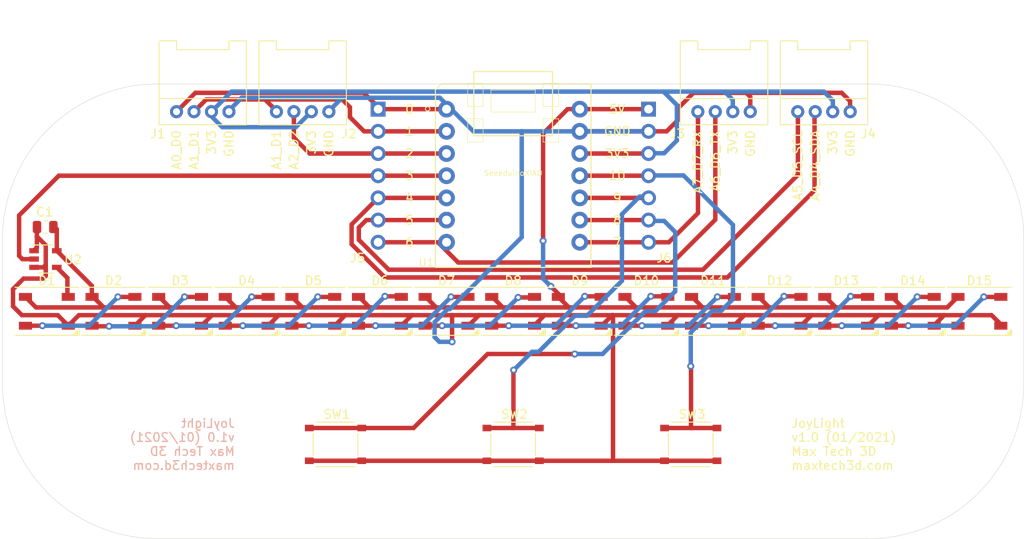
<source format=kicad_pcb>
(kicad_pcb (version 20171130) (host pcbnew "(5.1.6)-1")
  (layers (0 F.Cu signal) (31 B.Cu signal) (34 B.Paste user) (35 F.Paste user) (36 B.SilkS user) (37 F.SilkS user) (38 B.Mask user) (39 F.Mask user) (44 Edge.Cuts user))
  (net 0 "")
  (net 1 +5V)
  (net 2 "Net-(D1-Pad2)")
  (net 3 GND)
  (net 4 "Net-(D2-Pad2)")
  (net 5 "Net-(D3-Pad2)")
  (net 6 "Net-(D4-Pad2)")
  (net 7 "Net-(D5-Pad2)")
  (net 8 "Net-(D6-Pad2)")
  (net 9 "Net-(D7-Pad2)")
  (net 10 "Net-(D8-Pad2)")
  (net 11 "Net-(D10-Pad4)")
  (net 12 "Net-(D10-Pad2)")
  (net 13 "Net-(D11-Pad2)")
  (net 14 "Net-(D12-Pad2)")
  (net 15 "Net-(D13-Pad2)")
  (net 16 "Net-(D14-Pad2)")
  (net 17 /BTN1_A8_D8)
  (net 18 /BTN2_A9_D9)
  (net 19 /BTN3_A10_D10)
  (net 20 /A0_D0)
  (net 21 /A1_D1)
  (net 22 /A2_D2)
  (net 23 /LED_DIN_A3_D3)
  (net 24 /A4_D4_SDA)
  (net 25 /A5_D5_SCL)
  (net 26 /A6_D6_TX)
  (net 27 /A7_D7_RX)
  (net 28 +3V3)
  (net 29 "Net-(D1-Pad4)")
  (module JoyLight:Seeeduino_XIAO (layer F.Cu) (at 140.97 116.8908)
    (fp_text reference U1 (at -1.0414 -0.5334) (layer F.SilkS) (effects (font (size 0.889 0.889) (thickness 0.1016))))
    (fp_text value SeeeduinoXIAO (at 8.89 -10.795) (layer F.SilkS) (effects (font (size 0.6096 0.6096) (thickness 0.0762))))
    (pad 14 thru_hole circle (at 16.51 -18.11782) (size 1.905 1.905) (drill 1.016) (layers *.Cu *.Mask) (net 1 +5V))
    (pad 13 thru_hole circle (at 16.51 -15.57782) (size 1.905 1.905) (drill 1.016) (layers *.Cu *.Mask) (net 3 GND))
    (pad 12 thru_hole circle (at 16.51 -13.03782) (size 1.905 1.905) (drill 1.016) (layers *.Cu *.Mask) (net 28 +3V3))
    (pad 11 thru_hole circle (at 16.51 -10.49782) (size 1.905 1.905) (drill 1.016) (layers *.Cu *.Mask) (net 19 /BTN3_A10_D10))
    (pad 10 thru_hole circle (at 16.51 -7.95782) (size 1.905 1.905) (drill 1.016) (layers *.Cu *.Mask) (net 18 /BTN2_A9_D9))
    (pad 9 thru_hole circle (at 16.51 -5.41782) (size 1.905 1.905) (drill 1.016) (layers *.Cu *.Mask) (net 17 /BTN1_A8_D8))
    (pad 8 thru_hole circle (at 16.51 -2.87782) (size 1.905 1.905) (drill 1.016) (layers *.Cu *.Mask) (net 27 /A7_D7_RX))
    (pad 7 thru_hole circle (at 1.27 -2.87782) (size 1.905 1.905) (drill 1.016) (layers *.Cu *.Mask) (net 26 /A6_D6_TX))
    (pad 6 thru_hole circle (at 1.27 -5.41782) (size 1.905 1.905) (drill 1.016) (layers *.Cu *.Mask) (net 25 /A5_D5_SCL))
    (pad 5 thru_hole circle (at 1.27 -7.95782) (size 1.905 1.905) (drill 1.016) (layers *.Cu *.Mask) (net 24 /A4_D4_SDA))
    (pad 4 thru_hole circle (at 1.27 -10.49782) (size 1.905 1.905) (drill 1.016) (layers *.Cu *.Mask) (net 23 /LED_DIN_A3_D3))
    (pad 3 thru_hole circle (at 1.27 -13.03782) (size 1.905 1.905) (drill 1.016) (layers *.Cu *.Mask) (net 22 /A2_D2))
    (pad 2 thru_hole circle (at 1.27 -15.57782) (size 1.905 1.905) (drill 1.016) (layers *.Cu *.Mask) (net 21 /A1_D1))
    (pad 1 thru_hole circle (at 1.27 -18.11782) (size 1.905 1.905) (drill 1.016) (layers *.Cu *.Mask) (net 20 /A0_D0))
  )
  (module JoyLight:SOT-23-5 (layer F.Cu) (at 96.354501 115.934501)
    (fp_text reference U2 (at 3.149999 0.079999) (layer F.SilkS))
    (fp_text value SN74LV1T125)
    (pad 1 smd rect (at -1.3 -0.95) (size 1.1 0.6) (layers F.Cu F.Paste F.Mask) (net 3 GND))
    (pad 2 smd rect (at -1.3 0) (size 1.1 0.6) (layers F.Cu F.Paste F.Mask) (net 23 /LED_DIN_A3_D3))
    (pad 3 smd rect (at -1.3 0.95) (size 1.1 0.6) (layers F.Cu F.Paste F.Mask) (net 3 GND))
    (pad 4 smd rect (at 1.3 0.95) (size 1.1 0.6) (layers F.Cu F.Paste F.Mask) (net 29 "Net-(D1-Pad4)"))
    (pad 5 smd rect (at 1.3 -0.95) (size 1.1 0.6) (layers F.Cu F.Paste F.Mask) (net 1 +5V))
  )
  (module Capacitor_SMD:C_0805_2012Metric (layer F.Cu) (at 96.3295 112.268 180)
    (fp_text reference C1 (at 0.0635 1.7145) (layer F.SilkS))
    (fp_text value 100nF)
    (pad 2 smd roundrect (at 0.9375 0 180) (size 0.975 1.4) (layers F.Cu F.Paste F.Mask) (net 3 GND))
    (pad 1 smd roundrect (at -0.9375 0 180) (size 0.975 1.4) (layers F.Cu F.Paste F.Mask) (net 1 +5V))
  )
  (module JoyLight:Grove_110990037 (layer F.Cu) (at 185.42 99.06)
    (fp_text reference J4 (at 5.08 2.54) (layer F.SilkS))
    (fp_text value 110990037)
    (pad 4 thru_hole circle (at 3 0) (size 1.5 1.5) (drill 0.8) (layers *.Cu *.Mask) (net 3 GND))
    (pad 1 thru_hole circle (at -3 0) (size 1.5 1.5) (drill 0.8) (layers *.Cu *.Mask) (net 25 /A5_D5_SCL))
    (pad 3 thru_hole circle (at 1 0) (size 1.5 1.5) (drill 0.8) (layers *.Cu *.Mask) (net 28 +3V3))
    (pad 2 thru_hole circle (at -1 0) (size 1.5 1.5) (drill 0.8) (layers *.Cu *.Mask) (net 24 /A4_D4_SDA))
  )
  (module JoyLight:Grove_110990037 (layer F.Cu) (at 173.99 99.06)
    (fp_text reference J3 (at -5.334 2.54) (layer F.SilkS))
    (fp_text value 110990037)
    (pad 4 thru_hole circle (at 3 0) (size 1.5 1.5) (drill 0.8) (layers *.Cu *.Mask) (net 3 GND))
    (pad 1 thru_hole circle (at -3 0) (size 1.5 1.5) (drill 0.8) (layers *.Cu *.Mask) (net 27 /A7_D7_RX))
    (pad 3 thru_hole circle (at 1 0) (size 1.5 1.5) (drill 0.8) (layers *.Cu *.Mask) (net 28 +3V3))
    (pad 2 thru_hole circle (at -1 0) (size 1.5 1.5) (drill 0.8) (layers *.Cu *.Mask) (net 26 /A6_D6_TX))
  )
  (module JoyLight:Grove_110990037 (layer F.Cu) (at 125.7808 99.06)
    (fp_text reference J2 (at 5.2832 2.54) (layer F.SilkS))
    (fp_text value 110990037)
    (pad 4 thru_hole circle (at 3 0) (size 1.5 1.5) (drill 0.8) (layers *.Cu *.Mask) (net 3 GND))
    (pad 1 thru_hole circle (at -3 0) (size 1.5 1.5) (drill 0.8) (layers *.Cu *.Mask) (net 21 /A1_D1))
    (pad 3 thru_hole circle (at 1 0) (size 1.5 1.5) (drill 0.8) (layers *.Cu *.Mask) (net 28 +3V3))
    (pad 2 thru_hole circle (at -1 0) (size 1.5 1.5) (drill 0.8) (layers *.Cu *.Mask) (net 22 /A2_D2))
  )
  (module JoyLight:Grove_110990037 (layer F.Cu) (at 114.3508 99.06)
    (fp_text reference J1 (at -5.1308 2.54) (layer F.SilkS))
    (fp_text value 110990037)
    (pad 4 thru_hole circle (at 3 0) (size 1.5 1.5) (drill 0.8) (layers *.Cu *.Mask) (net 3 GND))
    (pad 1 thru_hole circle (at -3 0) (size 1.5 1.5) (drill 0.8) (layers *.Cu *.Mask) (net 20 /A0_D0))
    (pad 3 thru_hole circle (at 1 0) (size 1.5 1.5) (drill 0.8) (layers *.Cu *.Mask) (net 28 +3V3))
    (pad 2 thru_hole circle (at -1 0) (size 1.5 1.5) (drill 0.8) (layers *.Cu *.Mask) (net 21 /A1_D1))
  )
  (module JoyLight:PinHeader_1x07_P2.54mm_Vertical (layer F.Cu) (at 165.354 98.77298)
    (fp_text reference J6 (at 1.778 17.05102) (layer F.SilkS))
    (fp_text value Conn_01x07_Male)
    (pad 7 thru_hole oval (at 0 15.24) (size 1.7 1.7) (drill 1) (layers *.Cu *.Mask) (net 27 /A7_D7_RX))
    (pad 6 thru_hole oval (at 0 12.7) (size 1.7 1.7) (drill 1) (layers *.Cu *.Mask) (net 17 /BTN1_A8_D8))
    (pad 5 thru_hole oval (at 0 10.16) (size 1.7 1.7) (drill 1) (layers *.Cu *.Mask) (net 18 /BTN2_A9_D9))
    (pad 4 thru_hole oval (at 0 7.62) (size 1.7 1.7) (drill 1) (layers *.Cu *.Mask) (net 19 /BTN3_A10_D10))
    (pad 3 thru_hole oval (at 0 5.08) (size 1.7 1.7) (drill 1) (layers *.Cu *.Mask) (net 28 +3V3))
    (pad 2 thru_hole oval (at 0 2.54) (size 1.7 1.7) (drill 1) (layers *.Cu *.Mask) (net 3 GND))
    (pad 1 thru_hole rect (at 0 0) (size 1.7 1.7) (drill 1) (layers *.Cu *.Mask) (net 1 +5V))
  )
  (module JoyLight:PinHeader_1x07_P2.54mm_Vertical (layer F.Cu) (at 134.4168 98.77298)
    (fp_text reference J5 (at -2.3368 17.05102) (layer F.SilkS))
    (fp_text value Conn_01x07_Male)
    (pad 7 thru_hole oval (at 0 15.24) (size 1.7 1.7) (drill 1) (layers *.Cu *.Mask) (net 26 /A6_D6_TX))
    (pad 6 thru_hole oval (at 0 12.7) (size 1.7 1.7) (drill 1) (layers *.Cu *.Mask) (net 25 /A5_D5_SCL))
    (pad 5 thru_hole oval (at 0 10.16) (size 1.7 1.7) (drill 1) (layers *.Cu *.Mask) (net 24 /A4_D4_SDA))
    (pad 4 thru_hole oval (at 0 7.62) (size 1.7 1.7) (drill 1) (layers *.Cu *.Mask) (net 23 /LED_DIN_A3_D3))
    (pad 3 thru_hole oval (at 0 5.08) (size 1.7 1.7) (drill 1) (layers *.Cu *.Mask) (net 22 /A2_D2))
    (pad 2 thru_hole oval (at 0 2.54) (size 1.7 1.7) (drill 1) (layers *.Cu *.Mask) (net 21 /A1_D1))
    (pad 1 thru_hole rect (at 0 0) (size 1.7 1.7) (drill 1) (layers *.Cu *.Mask) (net 20 /A0_D0))
  )
  (module JoyLight:Tactile_Switch_TS-1187A-C-G-B (layer F.Cu) (at 170.18 137.16)
    (fp_text reference SW3 (at 0.15 -3.45) (layer F.SilkS))
    (fp_text value SW_SPST)
    (pad 1 smd rect (at -3 -1.875) (size 1 0.75) (layers F.Cu F.Paste F.Mask) (net 19 /BTN3_A10_D10))
    (pad 1 smd rect (at 3 -1.875) (size 1 0.75) (layers F.Cu F.Paste F.Mask) (net 19 /BTN3_A10_D10))
    (pad 2 smd rect (at -3 1.875) (size 1 0.75) (layers F.Cu F.Paste F.Mask) (net 3 GND))
    (pad 2 smd rect (at 3 1.875) (size 1 0.75) (layers F.Cu F.Paste F.Mask) (net 3 GND))
  )
  (module JoyLight:Tactile_Switch_TS-1187A-C-G-B (layer F.Cu) (at 149.86 137.16)
    (fp_text reference SW2 (at 0.15 -3.45) (layer F.SilkS))
    (fp_text value SW_SPST)
    (pad 1 smd rect (at -3 -1.875) (size 1 0.75) (layers F.Cu F.Paste F.Mask) (net 18 /BTN2_A9_D9))
    (pad 1 smd rect (at 3 -1.875) (size 1 0.75) (layers F.Cu F.Paste F.Mask) (net 18 /BTN2_A9_D9))
    (pad 2 smd rect (at -3 1.875) (size 1 0.75) (layers F.Cu F.Paste F.Mask) (net 3 GND))
    (pad 2 smd rect (at 3 1.875) (size 1 0.75) (layers F.Cu F.Paste F.Mask) (net 3 GND))
  )
  (module JoyLight:Tactile_Switch_TS-1187A-C-G-B (layer F.Cu) (at 129.54 137.16)
    (fp_text reference SW1 (at 0.15 -3.45) (layer F.SilkS))
    (fp_text value SW_SPST)
    (pad 1 smd rect (at -3 -1.875) (size 1 0.75) (layers F.Cu F.Paste F.Mask) (net 17 /BTN1_A8_D8))
    (pad 1 smd rect (at 3 -1.875) (size 1 0.75) (layers F.Cu F.Paste F.Mask) (net 17 /BTN1_A8_D8))
    (pad 2 smd rect (at -3 1.875) (size 1 0.75) (layers F.Cu F.Paste F.Mask) (net 3 GND))
    (pad 2 smd rect (at 3 1.875) (size 1 0.75) (layers F.Cu F.Paste F.Mask) (net 3 GND))
  )
  (module JoyLight:LED_WS2812B_PLCC4_5.0x5.0mm_P3.2mm (layer F.Cu) (at 203.2 121.92)
    (fp_text reference D15 (at 0 -3.5) (layer F.SilkS))
    (fp_text value WS2812B)
    (pad 1 smd rect (at -2.45 -1.65) (size 1.5 0.9) (layers F.Cu F.Paste F.Mask) (net 1 +5V))
    (pad 2 smd rect (at -2.45 1.65) (size 1.5 0.9) (layers F.Cu F.Paste F.Mask))
    (pad 4 smd rect (at 2.45 -1.65) (size 1.5 0.9) (layers F.Cu F.Paste F.Mask) (net 16 "Net-(D14-Pad2)"))
    (pad 3 smd rect (at 2.45 1.65) (size 1.5 0.9) (layers F.Cu F.Paste F.Mask) (net 3 GND))
  )
  (module JoyLight:LED_WS2812B_PLCC4_5.0x5.0mm_P3.2mm (layer F.Cu) (at 195.58 121.92)
    (fp_text reference D14 (at 0 -3.5) (layer F.SilkS))
    (fp_text value WS2812B)
    (pad 1 smd rect (at -2.45 -1.65) (size 1.5 0.9) (layers F.Cu F.Paste F.Mask) (net 1 +5V))
    (pad 2 smd rect (at -2.45 1.65) (size 1.5 0.9) (layers F.Cu F.Paste F.Mask) (net 16 "Net-(D14-Pad2)"))
    (pad 4 smd rect (at 2.45 -1.65) (size 1.5 0.9) (layers F.Cu F.Paste F.Mask) (net 15 "Net-(D13-Pad2)"))
    (pad 3 smd rect (at 2.45 1.65) (size 1.5 0.9) (layers F.Cu F.Paste F.Mask) (net 3 GND))
  )
  (module JoyLight:LED_WS2812B_PLCC4_5.0x5.0mm_P3.2mm (layer F.Cu) (at 187.96 121.92)
    (fp_text reference D13 (at 0 -3.5) (layer F.SilkS))
    (fp_text value WS2812B)
    (pad 1 smd rect (at -2.45 -1.65) (size 1.5 0.9) (layers F.Cu F.Paste F.Mask) (net 1 +5V))
    (pad 2 smd rect (at -2.45 1.65) (size 1.5 0.9) (layers F.Cu F.Paste F.Mask) (net 15 "Net-(D13-Pad2)"))
    (pad 4 smd rect (at 2.45 -1.65) (size 1.5 0.9) (layers F.Cu F.Paste F.Mask) (net 14 "Net-(D12-Pad2)"))
    (pad 3 smd rect (at 2.45 1.65) (size 1.5 0.9) (layers F.Cu F.Paste F.Mask) (net 3 GND))
  )
  (module JoyLight:LED_WS2812B_PLCC4_5.0x5.0mm_P3.2mm (layer F.Cu) (at 180.34 121.92)
    (fp_text reference D12 (at 0 -3.5) (layer F.SilkS))
    (fp_text value WS2812B)
    (pad 1 smd rect (at -2.45 -1.65) (size 1.5 0.9) (layers F.Cu F.Paste F.Mask) (net 1 +5V))
    (pad 2 smd rect (at -2.45 1.65) (size 1.5 0.9) (layers F.Cu F.Paste F.Mask) (net 14 "Net-(D12-Pad2)"))
    (pad 4 smd rect (at 2.45 -1.65) (size 1.5 0.9) (layers F.Cu F.Paste F.Mask) (net 13 "Net-(D11-Pad2)"))
    (pad 3 smd rect (at 2.45 1.65) (size 1.5 0.9) (layers F.Cu F.Paste F.Mask) (net 3 GND))
  )
  (module JoyLight:LED_WS2812B_PLCC4_5.0x5.0mm_P3.2mm (layer F.Cu) (at 172.72 121.92)
    (fp_text reference D11 (at 0 -3.5) (layer F.SilkS))
    (fp_text value WS2812B)
    (pad 1 smd rect (at -2.45 -1.65) (size 1.5 0.9) (layers F.Cu F.Paste F.Mask) (net 1 +5V))
    (pad 2 smd rect (at -2.45 1.65) (size 1.5 0.9) (layers F.Cu F.Paste F.Mask) (net 13 "Net-(D11-Pad2)"))
    (pad 4 smd rect (at 2.45 -1.65) (size 1.5 0.9) (layers F.Cu F.Paste F.Mask) (net 12 "Net-(D10-Pad2)"))
    (pad 3 smd rect (at 2.45 1.65) (size 1.5 0.9) (layers F.Cu F.Paste F.Mask) (net 3 GND))
  )
  (module JoyLight:LED_WS2812B_PLCC4_5.0x5.0mm_P3.2mm (layer F.Cu) (at 165.1 121.92)
    (fp_text reference D10 (at 0 -3.5) (layer F.SilkS))
    (fp_text value WS2812B)
    (pad 1 smd rect (at -2.45 -1.65) (size 1.5 0.9) (layers F.Cu F.Paste F.Mask) (net 1 +5V))
    (pad 2 smd rect (at -2.45 1.65) (size 1.5 0.9) (layers F.Cu F.Paste F.Mask) (net 12 "Net-(D10-Pad2)"))
    (pad 4 smd rect (at 2.45 -1.65) (size 1.5 0.9) (layers F.Cu F.Paste F.Mask) (net 11 "Net-(D10-Pad4)"))
    (pad 3 smd rect (at 2.45 1.65) (size 1.5 0.9) (layers F.Cu F.Paste F.Mask) (net 3 GND))
  )
  (module JoyLight:LED_WS2812B_PLCC4_5.0x5.0mm_P3.2mm (layer F.Cu) (at 157.48 121.92)
    (fp_text reference D9 (at 0 -3.5) (layer F.SilkS))
    (fp_text value WS2812B)
    (pad 1 smd rect (at -2.45 -1.65) (size 1.5 0.9) (layers F.Cu F.Paste F.Mask) (net 1 +5V))
    (pad 2 smd rect (at -2.45 1.65) (size 1.5 0.9) (layers F.Cu F.Paste F.Mask) (net 11 "Net-(D10-Pad4)"))
    (pad 4 smd rect (at 2.45 -1.65) (size 1.5 0.9) (layers F.Cu F.Paste F.Mask) (net 10 "Net-(D8-Pad2)"))
    (pad 3 smd rect (at 2.45 1.65) (size 1.5 0.9) (layers F.Cu F.Paste F.Mask) (net 3 GND))
  )
  (module JoyLight:LED_WS2812B_PLCC4_5.0x5.0mm_P3.2mm (layer F.Cu) (at 149.86 121.92)
    (fp_text reference D8 (at 0 -3.5) (layer F.SilkS))
    (fp_text value WS2812B)
    (pad 1 smd rect (at -2.45 -1.65) (size 1.5 0.9) (layers F.Cu F.Paste F.Mask) (net 1 +5V))
    (pad 2 smd rect (at -2.45 1.65) (size 1.5 0.9) (layers F.Cu F.Paste F.Mask) (net 10 "Net-(D8-Pad2)"))
    (pad 4 smd rect (at 2.45 -1.65) (size 1.5 0.9) (layers F.Cu F.Paste F.Mask) (net 9 "Net-(D7-Pad2)"))
    (pad 3 smd rect (at 2.45 1.65) (size 1.5 0.9) (layers F.Cu F.Paste F.Mask) (net 3 GND))
  )
  (module JoyLight:LED_WS2812B_PLCC4_5.0x5.0mm_P3.2mm (layer F.Cu) (at 142.24 121.92)
    (fp_text reference D7 (at 0 -3.5) (layer F.SilkS))
    (fp_text value WS2812B)
    (pad 1 smd rect (at -2.45 -1.65) (size 1.5 0.9) (layers F.Cu F.Paste F.Mask) (net 1 +5V))
    (pad 2 smd rect (at -2.45 1.65) (size 1.5 0.9) (layers F.Cu F.Paste F.Mask) (net 9 "Net-(D7-Pad2)"))
    (pad 4 smd rect (at 2.45 -1.65) (size 1.5 0.9) (layers F.Cu F.Paste F.Mask) (net 8 "Net-(D6-Pad2)"))
    (pad 3 smd rect (at 2.45 1.65) (size 1.5 0.9) (layers F.Cu F.Paste F.Mask) (net 3 GND))
  )
  (module JoyLight:LED_WS2812B_PLCC4_5.0x5.0mm_P3.2mm (layer F.Cu) (at 134.62 121.92)
    (fp_text reference D6 (at 0 -3.5) (layer F.SilkS))
    (fp_text value WS2812B)
    (pad 1 smd rect (at -2.45 -1.65) (size 1.5 0.9) (layers F.Cu F.Paste F.Mask) (net 1 +5V))
    (pad 2 smd rect (at -2.45 1.65) (size 1.5 0.9) (layers F.Cu F.Paste F.Mask) (net 8 "Net-(D6-Pad2)"))
    (pad 4 smd rect (at 2.45 -1.65) (size 1.5 0.9) (layers F.Cu F.Paste F.Mask) (net 7 "Net-(D5-Pad2)"))
    (pad 3 smd rect (at 2.45 1.65) (size 1.5 0.9) (layers F.Cu F.Paste F.Mask) (net 3 GND))
  )
  (module JoyLight:LED_WS2812B_PLCC4_5.0x5.0mm_P3.2mm (layer F.Cu) (at 127 121.92)
    (fp_text reference D5 (at 0 -3.5) (layer F.SilkS))
    (fp_text value WS2812B)
    (pad 1 smd rect (at -2.45 -1.65) (size 1.5 0.9) (layers F.Cu F.Paste F.Mask) (net 1 +5V))
    (pad 2 smd rect (at -2.45 1.65) (size 1.5 0.9) (layers F.Cu F.Paste F.Mask) (net 7 "Net-(D5-Pad2)"))
    (pad 4 smd rect (at 2.45 -1.65) (size 1.5 0.9) (layers F.Cu F.Paste F.Mask) (net 6 "Net-(D4-Pad2)"))
    (pad 3 smd rect (at 2.45 1.65) (size 1.5 0.9) (layers F.Cu F.Paste F.Mask) (net 3 GND))
  )
  (module JoyLight:LED_WS2812B_PLCC4_5.0x5.0mm_P3.2mm (layer F.Cu) (at 119.38 121.92)
    (fp_text reference D4 (at 0 -3.5) (layer F.SilkS))
    (fp_text value WS2812B)
    (pad 1 smd rect (at -2.45 -1.65) (size 1.5 0.9) (layers F.Cu F.Paste F.Mask) (net 1 +5V))
    (pad 2 smd rect (at -2.45 1.65) (size 1.5 0.9) (layers F.Cu F.Paste F.Mask) (net 6 "Net-(D4-Pad2)"))
    (pad 4 smd rect (at 2.45 -1.65) (size 1.5 0.9) (layers F.Cu F.Paste F.Mask) (net 5 "Net-(D3-Pad2)"))
    (pad 3 smd rect (at 2.45 1.65) (size 1.5 0.9) (layers F.Cu F.Paste F.Mask) (net 3 GND))
  )
  (module JoyLight:LED_WS2812B_PLCC4_5.0x5.0mm_P3.2mm (layer F.Cu) (at 111.76 121.92)
    (fp_text reference D3 (at 0 -3.5) (layer F.SilkS))
    (fp_text value WS2812B)
    (pad 1 smd rect (at -2.45 -1.65) (size 1.5 0.9) (layers F.Cu F.Paste F.Mask) (net 1 +5V))
    (pad 2 smd rect (at -2.45 1.65) (size 1.5 0.9) (layers F.Cu F.Paste F.Mask) (net 5 "Net-(D3-Pad2)"))
    (pad 4 smd rect (at 2.45 -1.65) (size 1.5 0.9) (layers F.Cu F.Paste F.Mask) (net 4 "Net-(D2-Pad2)"))
    (pad 3 smd rect (at 2.45 1.65) (size 1.5 0.9) (layers F.Cu F.Paste F.Mask) (net 3 GND))
  )
  (module JoyLight:LED_WS2812B_PLCC4_5.0x5.0mm_P3.2mm (layer F.Cu) (at 104.14 121.92)
    (fp_text reference D2 (at 0 -3.5) (layer F.SilkS))
    (fp_text value WS2812B)
    (pad 1 smd rect (at -2.45 -1.65) (size 1.5 0.9) (layers F.Cu F.Paste F.Mask) (net 1 +5V))
    (pad 2 smd rect (at -2.45 1.65) (size 1.5 0.9) (layers F.Cu F.Paste F.Mask) (net 4 "Net-(D2-Pad2)"))
    (pad 4 smd rect (at 2.45 -1.65) (size 1.5 0.9) (layers F.Cu F.Paste F.Mask) (net 2 "Net-(D1-Pad2)"))
    (pad 3 smd rect (at 2.45 1.65) (size 1.5 0.9) (layers F.Cu F.Paste F.Mask) (net 3 GND))
  )
  (module JoyLight:LED_WS2812B_PLCC4_5.0x5.0mm_P3.2mm (layer F.Cu) (at 96.52 121.92)
    (fp_text reference D1 (at 0 -3.5) (layer F.SilkS))
    (fp_text value WS2812B)
    (pad 1 smd rect (at -2.45 -1.65) (size 1.5 0.9) (layers F.Cu F.Paste F.Mask) (net 1 +5V))
    (pad 2 smd rect (at -2.45 1.65) (size 1.5 0.9) (layers F.Cu F.Paste F.Mask) (net 2 "Net-(D1-Pad2)"))
    (pad 4 smd rect (at 2.45 -1.65) (size 1.5 0.9) (layers F.Cu F.Paste F.Mask) (net 29 "Net-(D1-Pad4)"))
    (pad 3 smd rect (at 2.45 1.65) (size 1.5 0.9) (layers F.Cu F.Paste F.Mask) (net 3 GND))
  )
  (gr_text "JoyLight\nv1.0 (01/2021)\nMax Tech 3D\nmaxtech3d.com" (at 118.11 137.16) (layer B.SilkS) (effects (font (size 1 1)) (justify left mirror)))
  (gr_text "JoyLight\nv1.0 (01/2021)\nMax Tech 3D\nmaxtech3d.com" (at 181.61 137.16) (layer F.SilkS) (effects (font (size 1 1)) (justify left)))
  (gr_text GND (at 188.42 101.092 90) (layer F.SilkS) (effects (font (size 1 1)) (justify right)))
  (gr_text 3V3 (at 186.42 101.092 90) (layer F.SilkS) (effects (font (size 1 1)) (justify right)))
  (gr_text A5_D5_SCL (at 182.42 101.092 90) (layer F.SilkS) (effects (font (size 1 1)) (justify right)))
  (gr_text A4_D4_SDA (at 184.42 101.092 90) (layer F.SilkS) (effects (font (size 1 1)) (justify right)))
  (gr_text GND (at 176.99 101.092 90) (layer F.SilkS) (effects (font (size 1 1)) (justify right)))
  (gr_text 3V3 (at 174.99 101.092 90) (layer F.SilkS) (effects (font (size 1 1)) (justify right)))
  (gr_text A7_D7_RX (at 170.99 101.092 90) (layer F.SilkS) (effects (font (size 1 1)) (justify right)))
  (gr_text A6_D6_TX (at 172.99 101.092 90) (layer F.SilkS) (effects (font (size 1 1)) (justify right)))
  (gr_text GND (at 128.7808 101.092 90) (layer F.SilkS) (effects (font (size 1 1)) (justify right)))
  (gr_text 3V3 (at 126.7808 101.092 90) (layer F.SilkS) (effects (font (size 1 1)) (justify right)))
  (gr_text A1_D1 (at 122.7808 101.092 90) (layer F.SilkS) (effects (font (size 1 1)) (justify right)))
  (gr_text A2_D2 (at 124.7808 101.092 90) (layer F.SilkS) (effects (font (size 1 1)) (justify right)))
  (gr_text GND (at 117.3508 101.092 90) (layer F.SilkS) (effects (font (size 1 1)) (justify right)))
  (gr_text 3V3 (at 115.3508 101.092 90) (layer F.SilkS) (effects (font (size 1 1)) (justify right)))
  (gr_text A1_D1 (at 113.3508 101.092 90) (layer F.SilkS) (effects (font (size 1 1)) (justify right)))
  (gr_text A0_D0 (at 111.3508 101.092 90) (layer F.SilkS) (effects (font (size 1 1)) (justify right)))
  (gr_text 3 (at 137.9982 106.39298) (layer F.SilkS) (effects (font (size 1 1))))
  (gr_text 6 (at 137.9982 114.01298) (layer F.SilkS) (effects (font (size 1 1))))
  (gr_text 2 (at 137.9982 103.85298) (layer F.SilkS) (effects (font (size 1 1))))
  (gr_text 1 (at 137.9982 101.31298) (layer F.SilkS) (effects (font (size 1 1))))
  (gr_text 0 (at 137.9982 98.77298) (layer F.SilkS) (effects (font (size 1 1))))
  (gr_text 5 (at 137.9982 111.47298) (layer F.SilkS) (effects (font (size 1 1))))
  (gr_text 4 (at 137.9982 108.93298) (layer F.SilkS) (effects (font (size 1 1))))
  (gr_text 3V3 (at 161.7726 103.85298) (layer F.SilkS) (effects (font (size 1 1))))
  (gr_text GND (at 161.7726 101.31298) (layer F.SilkS) (effects (font (size 1 1))))
  (gr_text 10 (at 161.7726 106.39298) (layer F.SilkS) (effects (font (size 1 1))))
  (gr_text 7 (at 161.7726 114.01298) (layer F.SilkS) (effects (font (size 1 1))))
  (gr_text 8 (at 161.7726 111.47298) (layer F.SilkS) (effects (font (size 1 1))))
  (gr_text 9 (at 161.7726 108.93298) (layer F.SilkS) (effects (font (size 1 1))))
  (gr_text 5V (at 161.7726 98.77298) (layer F.SilkS) (effects (font (size 1 1))))
  (gr_line (start 109.22 147.955) (end 190.5 147.955) (layer Edge.Cuts) (width 0.05))
  (gr_line (start 190.5 95.885) (end 109.22 95.885) (layer Edge.Cuts) (width 0.05))
  (gr_line (start 208.28 113.665) (end 208.28 130.175) (layer Edge.Cuts) (width 0.05))
  (gr_line (start 91.44 113.665) (end 91.44 130.175) (layer Edge.Cuts) (width 0.05))
  (gr_arc (start 190.5 130.175) (end 208.28 130.175) (angle 90) (layer Edge.Cuts) (width 0.05))
  (gr_arc (start 109.22 130.175) (end 109.22 147.955) (angle 90) (layer Edge.Cuts) (width 0.05))
  (gr_arc (start 190.5 113.665) (end 190.5 95.885) (angle 90) (layer Edge.Cuts) (width 0.05))
  (gr_arc (start 109.22 113.665) (end 91.44 113.665) (angle 90) (layer Edge.Cuts) (width 0.05))
  (segment (start 193.1935 120.27) (end 194.399 121.4755) (width 0.508) (layer F.Cu) (net 1))
  (segment (start 185.5735 120.27) (end 186.779 121.4755) (width 0.508) (layer F.Cu) (net 1))
  (segment (start 177.9535 120.27) (end 179.159 121.4755) (width 0.508) (layer F.Cu) (net 1))
  (segment (start 170.3335 120.27) (end 171.539 121.4755) (width 0.508) (layer F.Cu) (net 1))
  (segment (start 162.7135 120.27) (end 163.919 121.4755) (width 0.508) (layer F.Cu) (net 1))
  (segment (start 155.03 120.27) (end 156.2355 121.4755) (width 0.508) (layer F.Cu) (net 1))
  (segment (start 147.4735 120.27) (end 148.679 121.4755) (width 0.508) (layer F.Cu) (net 1))
  (segment (start 139.8535 120.27) (end 141.059 121.4755) (width 0.508) (layer F.Cu) (net 1))
  (segment (start 132.2335 120.27) (end 133.439 121.4755) (width 0.508) (layer F.Cu) (net 1))
  (segment (start 124.55 120.27) (end 125.7555 121.4755) (width 0.508) (layer F.Cu) (net 1))
  (segment (start 116.93 120.27) (end 118.1355 121.4755) (width 0.508) (layer F.Cu) (net 1))
  (segment (start 109.3735 120.27) (end 110.579 121.4755) (width 0.508) (layer F.Cu) (net 1))
  (segment (start 101.817 120.27) (end 103.0225 121.4755) (width 0.508) (layer F.Cu) (net 1))
  (segment (start 158.16768 98.77298) (end 165.41242 98.77298) (width 0.508) (layer F.Cu) (net 1))
  (segment (start 94.07 120.27) (end 95.2755 121.4755) (width 0.508) (layer F.Cu) (net 1))
  (segment (start 95.2755 121.4755) (end 199.517 121.4755) (width 0.508) (layer F.Cu) (net 1))
  (segment (start 199.517 121.4755) (end 200.7235 120.269) (width 0.508) (layer F.Cu) (net 1))
  (segment (start 156.08554 98.77298) (end 153.289 101.56952) (width 0.508) (layer F.Cu) (net 1))
  (segment (start 158.16768 98.77298) (end 156.08554 98.77298) (width 0.508) (layer F.Cu) (net 1))
  (via (at 153.289 113.8555) (size 0.8) (drill 0.4) (layers F.Cu B.Cu) (net 1))
  (segment (start 153.289 101.56952) (end 153.289 113.8555) (width 0.508) (layer F.Cu) (net 1))
  (segment (start 155.03 120.27) (end 155.03 119.9145) (width 0.508) (layer F.Cu) (net 1))
  (via (at 154.178 119.0625) (size 0.8) (drill 0.4) (layers F.Cu B.Cu) (net 1))
  (segment (start 155.03 119.9145) (end 154.178 119.0625) (width 0.508) (layer F.Cu) (net 1))
  (segment (start 153.289 118.1735) (end 153.289 113.8555) (width 0.508) (layer B.Cu) (net 1))
  (segment (start 154.178 119.0625) (end 153.289 118.1735) (width 0.508) (layer B.Cu) (net 1))
  (segment (start 97.654501 114.984501) (end 101.6635 118.9935) (width 0.508) (layer F.Cu) (net 1))
  (segment (start 101.6635 118.9935) (end 101.6635 120.142) (width 0.508) (layer F.Cu) (net 1))
  (segment (start 97.654501 114.984501) (end 97.654501 112.513501) (width 0.508) (layer F.Cu) (net 1))
  (segment (start 97.654501 112.513501) (end 97.409 112.268) (width 0.508) (layer F.Cu) (net 1))
  (via (at 104.649 120.27) (size 0.8) (drill 0.4) (layers F.Cu B.Cu) (net 2))
  (segment (start 106.59 120.27) (end 104.649 120.27) (width 0.508) (layer F.Cu) (net 2))
  (segment (start 94.07 123.57) (end 96.011 123.57) (width 0.508) (layer F.Cu) (net 2))
  (via (at 96.011 123.57) (size 0.8) (drill 0.4) (layers F.Cu B.Cu) (net 2))
  (segment (start 101.349 123.57) (end 104.649 120.27) (width 0.508) (layer B.Cu) (net 2))
  (segment (start 96.011 123.57) (end 101.349 123.57) (width 0.508) (layer B.Cu) (net 2))
  (segment (start 197.9665 123.57) (end 199.172 122.3645) (width 0.508) (layer F.Cu) (net 3))
  (segment (start 190.4735 123.57) (end 191.679 122.3645) (width 0.508) (layer F.Cu) (net 3))
  (segment (start 182.79 123.57) (end 183.9955 122.3645) (width 0.508) (layer F.Cu) (net 3))
  (segment (start 175.1065 123.57) (end 176.312 122.3645) (width 0.508) (layer F.Cu) (net 3))
  (segment (start 167.4865 123.57) (end 168.692 122.3645) (width 0.508) (layer F.Cu) (net 3))
  (segment (start 159.9935 123.57) (end 161.199 122.3645) (width 0.508) (layer F.Cu) (net 3))
  (segment (start 152.2465 123.57) (end 153.452 122.3645) (width 0.508) (layer F.Cu) (net 3))
  (segment (start 144.7535 123.57) (end 145.959 122.3645) (width 0.508) (layer F.Cu) (net 3))
  (segment (start 137.07 123.57) (end 138.2755 122.3645) (width 0.508) (layer F.Cu) (net 3))
  (segment (start 129.45 123.57) (end 130.6555 122.3645) (width 0.508) (layer F.Cu) (net 3))
  (segment (start 121.83 123.57) (end 123.0355 122.3645) (width 0.508) (layer F.Cu) (net 3))
  (segment (start 114.21 123.57) (end 115.4155 122.3645) (width 0.508) (layer F.Cu) (net 3))
  (segment (start 106.59 123.57) (end 107.7955 122.3645) (width 0.508) (layer F.Cu) (net 3))
  (segment (start 158.16768 101.31298) (end 165.38702 101.31298) (width 0.508) (layer F.Cu) (net 3))
  (segment (start 98.97 123.57) (end 100.1755 122.3645) (width 0.508) (layer F.Cu) (net 3))
  (segment (start 204.597 122.3645) (end 205.6765 123.444) (width 0.508) (layer F.Cu) (net 3))
  (segment (start 130.305521 97.468979) (end 128.7145 99.06) (width 0.508) (layer B.Cu) (net 3))
  (segment (start 118.812021 97.468979) (end 117.221 99.06) (width 0.508) (layer B.Cu) (net 3))
  (segment (start 130.305521 97.468979) (end 118.812021 97.468979) (width 0.508) (layer B.Cu) (net 3))
  (segment (start 141.474479 97.468979) (end 130.305521 97.468979) (width 0.508) (layer B.Cu) (net 3))
  (segment (start 145.31848 101.31298) (end 141.474479 97.468979) (width 0.508) (layer B.Cu) (net 3))
  (segment (start 165.354 101.31298) (end 167.41902 101.31298) (width 0.508) (layer F.Cu) (net 3))
  (segment (start 167.41902 101.31298) (end 168.7195 100.0125) (width 0.508) (layer F.Cu) (net 3))
  (segment (start 168.7195 100.0125) (end 168.7195 98.679) (width 0.508) (layer F.Cu) (net 3))
  (segment (start 168.7195 98.679) (end 170.4975 96.901) (width 0.508) (layer F.Cu) (net 3))
  (segment (start 187.452 96.901) (end 188.4045 97.8535) (width 0.508) (layer F.Cu) (net 3))
  (segment (start 188.4045 97.8535) (end 188.4045 98.9965) (width 0.508) (layer F.Cu) (net 3))
  (segment (start 176.99 97.361) (end 176.53 96.901) (width 0.508) (layer F.Cu) (net 3))
  (segment (start 176.99 99.06) (end 176.99 97.361) (width 0.508) (layer F.Cu) (net 3))
  (segment (start 170.4975 96.901) (end 176.53 96.901) (width 0.508) (layer F.Cu) (net 3))
  (segment (start 176.53 96.901) (end 187.452 96.901) (width 0.508) (layer F.Cu) (net 3))
  (segment (start 161.29 139.005) (end 161.26 139.035) (width 0.508) (layer F.Cu) (net 3))
  (segment (start 161.29 122.3645) (end 161.29 139.005) (width 0.508) (layer F.Cu) (net 3))
  (segment (start 161.29 122.3645) (end 204.597 122.3645) (width 0.508) (layer F.Cu) (net 3))
  (segment (start 161.26 139.035) (end 173.385 139.035) (width 0.508) (layer F.Cu) (net 3))
  (segment (start 126.54 139.035) (end 161.26 139.035) (width 0.508) (layer F.Cu) (net 3))
  (segment (start 142.875 122.3645) (end 142.875 125.4125) (width 0.508) (layer F.Cu) (net 3))
  (segment (start 142.875 122.3645) (end 161.29 122.3645) (width 0.508) (layer F.Cu) (net 3))
  (segment (start 100.1755 122.3645) (end 142.875 122.3645) (width 0.508) (layer F.Cu) (net 3))
  (via (at 142.875 125.4125) (size 0.8) (drill 0.4) (layers F.Cu B.Cu) (net 3))
  (segment (start 142.875 125.4125) (end 141.4145 125.4125) (width 0.508) (layer B.Cu) (net 3))
  (segment (start 140.876999 123.160079) (end 142.371078 121.666) (width 0.508) (layer B.Cu) (net 3))
  (segment (start 141.4145 125.4125) (end 140.876999 124.874999) (width 0.508) (layer B.Cu) (net 3))
  (segment (start 140.876999 124.874999) (end 140.876999 123.160079) (width 0.508) (layer B.Cu) (net 3))
  (segment (start 150.84298 113.439942) (end 150.84298 101.31298) (width 0.508) (layer B.Cu) (net 3))
  (segment (start 142.616922 121.666) (end 150.84298 113.439942) (width 0.508) (layer B.Cu) (net 3))
  (segment (start 142.371078 121.666) (end 142.616922 121.666) (width 0.508) (layer B.Cu) (net 3))
  (segment (start 165.354 101.31298) (end 150.84298 101.31298) (width 0.508) (layer B.Cu) (net 3))
  (segment (start 150.84298 101.31298) (end 145.31848 101.31298) (width 0.508) (layer B.Cu) (net 3))
  (segment (start 96.112501 116.884501) (end 96.393 116.604002) (width 0.508) (layer F.Cu) (net 3))
  (segment (start 95.054501 116.884501) (end 96.112501 116.884501) (width 0.508) (layer F.Cu) (net 3))
  (segment (start 96.393 116.604002) (end 96.393 114.3635) (width 0.508) (layer F.Cu) (net 3))
  (segment (start 96.393 114.3635) (end 95.377 113.3475) (width 0.508) (layer F.Cu) (net 3))
  (segment (start 95.377 113.3475) (end 95.377 112.2045) (width 0.508) (layer F.Cu) (net 3))
  (segment (start 95.377 113.3475) (end 95.377 114.6175) (width 0.508) (layer F.Cu) (net 3))
  (segment (start 95.377 114.6175) (end 95.0595 114.935) (width 0.508) (layer F.Cu) (net 3))
  (segment (start 96.0755 118.1735) (end 96.393 117.856) (width 0.508) (layer F.Cu) (net 3))
  (segment (start 93.853 118.1735) (end 96.0755 118.1735) (width 0.508) (layer F.Cu) (net 3))
  (segment (start 98.97 123.57) (end 97.7645 122.3645) (width 0.508) (layer F.Cu) (net 3))
  (segment (start 93.6625 122.3645) (end 92.6465 121.3485) (width 0.508) (layer F.Cu) (net 3))
  (segment (start 92.6465 121.3485) (end 92.6465 119.38) (width 0.508) (layer F.Cu) (net 3))
  (segment (start 96.393 117.856) (end 96.393 116.604002) (width 0.508) (layer F.Cu) (net 3))
  (segment (start 97.7645 122.3645) (end 93.6625 122.3645) (width 0.508) (layer F.Cu) (net 3))
  (segment (start 92.6465 119.38) (end 93.853 118.1735) (width 0.508) (layer F.Cu) (net 3))
  (via (at 112.269 120.27) (size 0.8) (drill 0.4) (layers F.Cu B.Cu) (net 4))
  (segment (start 114.21 120.27) (end 112.269 120.27) (width 0.508) (layer F.Cu) (net 4))
  (via (at 103.631 123.6335) (size 0.8) (drill 0.4) (layers F.Cu B.Cu) (net 4))
  (segment (start 101.69 123.6335) (end 103.631 123.6335) (width 0.508) (layer F.Cu) (net 4))
  (segment (start 108.9055 123.6335) (end 112.269 120.27) (width 0.508) (layer B.Cu) (net 4))
  (segment (start 103.631 123.6335) (end 108.9055 123.6335) (width 0.508) (layer B.Cu) (net 4))
  (via (at 119.9525 120.27) (size 0.8) (drill 0.4) (layers F.Cu B.Cu) (net 5))
  (segment (start 121.8935 120.27) (end 119.9525 120.27) (width 0.508) (layer F.Cu) (net 5))
  (via (at 111.3145 123.57) (size 0.8) (drill 0.4) (layers F.Cu B.Cu) (net 5))
  (segment (start 109.3735 123.57) (end 111.3145 123.57) (width 0.508) (layer F.Cu) (net 5))
  (segment (start 116.6525 123.57) (end 119.9525 120.27) (width 0.508) (layer B.Cu) (net 5))
  (segment (start 111.3145 123.57) (end 116.6525 123.57) (width 0.508) (layer B.Cu) (net 5))
  (via (at 127.509 120.27) (size 0.8) (drill 0.4) (layers F.Cu B.Cu) (net 6))
  (segment (start 129.45 120.27) (end 127.509 120.27) (width 0.508) (layer F.Cu) (net 6))
  (via (at 118.9345 123.57) (size 0.8) (drill 0.4) (layers F.Cu B.Cu) (net 6))
  (segment (start 116.9935 123.57) (end 118.9345 123.57) (width 0.508) (layer F.Cu) (net 6))
  (segment (start 124.209 123.57) (end 127.509 120.27) (width 0.508) (layer B.Cu) (net 6))
  (segment (start 118.9345 123.57) (end 124.209 123.57) (width 0.508) (layer B.Cu) (net 6))
  (via (at 135.1925 120.2065) (size 0.8) (drill 0.4) (layers F.Cu B.Cu) (net 7))
  (segment (start 137.1335 120.2065) (end 135.1925 120.2065) (width 0.508) (layer F.Cu) (net 7))
  (via (at 126.491 123.57) (size 0.8) (drill 0.4) (layers F.Cu B.Cu) (net 7))
  (segment (start 124.55 123.57) (end 126.491 123.57) (width 0.508) (layer F.Cu) (net 7))
  (segment (start 131.829 123.57) (end 135.1925 120.2065) (width 0.508) (layer B.Cu) (net 7))
  (segment (start 126.491 123.57) (end 131.829 123.57) (width 0.508) (layer B.Cu) (net 7))
  (via (at 142.749 120.27) (size 0.8) (drill 0.4) (layers F.Cu B.Cu) (net 8))
  (segment (start 144.69 120.27) (end 142.749 120.27) (width 0.508) (layer F.Cu) (net 8))
  (via (at 134.111 123.57) (size 0.8) (drill 0.4) (layers F.Cu B.Cu) (net 8))
  (segment (start 132.17 123.57) (end 134.111 123.57) (width 0.508) (layer F.Cu) (net 8))
  (segment (start 139.449 123.57) (end 142.749 120.27) (width 0.508) (layer B.Cu) (net 8))
  (segment (start 134.111 123.57) (end 139.449 123.57) (width 0.508) (layer B.Cu) (net 8))
  (via (at 150.4325 120.3335) (size 0.8) (drill 0.4) (layers F.Cu B.Cu) (net 9))
  (segment (start 152.3735 120.3335) (end 150.4325 120.3335) (width 0.508) (layer F.Cu) (net 9))
  (via (at 141.731 123.57) (size 0.8) (drill 0.4) (layers F.Cu B.Cu) (net 9))
  (segment (start 139.79 123.57) (end 141.731 123.57) (width 0.508) (layer F.Cu) (net 9))
  (segment (start 147.196 123.57) (end 150.4325 120.3335) (width 0.508) (layer B.Cu) (net 9))
  (segment (start 141.731 123.57) (end 147.196 123.57) (width 0.508) (layer B.Cu) (net 9))
  (via (at 158.0525 120.2065) (size 0.8) (drill 0.4) (layers F.Cu B.Cu) (net 10))
  (segment (start 159.9935 120.2065) (end 158.0525 120.2065) (width 0.508) (layer F.Cu) (net 10))
  (via (at 149.351 123.57) (size 0.8) (drill 0.4) (layers F.Cu B.Cu) (net 10))
  (segment (start 147.41 123.57) (end 149.351 123.57) (width 0.508) (layer F.Cu) (net 10))
  (segment (start 154.689 123.57) (end 158.0525 120.2065) (width 0.508) (layer B.Cu) (net 10))
  (segment (start 149.351 123.57) (end 154.689 123.57) (width 0.508) (layer B.Cu) (net 10))
  (via (at 165.609 120.2065) (size 0.8) (drill 0.4) (layers F.Cu B.Cu) (net 11))
  (segment (start 167.55 120.2065) (end 165.609 120.2065) (width 0.508) (layer F.Cu) (net 11))
  (via (at 157.0345 123.57) (size 0.8) (drill 0.4) (layers F.Cu B.Cu) (net 11))
  (segment (start 155.0935 123.57) (end 157.0345 123.57) (width 0.508) (layer F.Cu) (net 11))
  (segment (start 162.2455 123.57) (end 165.609 120.2065) (width 0.508) (layer B.Cu) (net 11))
  (segment (start 157.0345 123.57) (end 162.2455 123.57) (width 0.508) (layer B.Cu) (net 11))
  (via (at 173.229 120.27) (size 0.8) (drill 0.4) (layers F.Cu B.Cu) (net 12))
  (segment (start 175.17 120.27) (end 173.229 120.27) (width 0.508) (layer F.Cu) (net 12))
  (via (at 164.591 123.57) (size 0.8) (drill 0.4) (layers F.Cu B.Cu) (net 12))
  (segment (start 162.65 123.57) (end 164.591 123.57) (width 0.508) (layer F.Cu) (net 12))
  (segment (start 169.929 123.57) (end 173.229 120.27) (width 0.508) (layer B.Cu) (net 12))
  (segment (start 164.591 123.57) (end 169.929 123.57) (width 0.508) (layer B.Cu) (net 12))
  (via (at 180.849 120.2065) (size 0.8) (drill 0.4) (layers F.Cu B.Cu) (net 13))
  (segment (start 182.79 120.2065) (end 180.849 120.2065) (width 0.508) (layer F.Cu) (net 13))
  (via (at 172.211 123.57) (size 0.8) (drill 0.4) (layers F.Cu B.Cu) (net 13))
  (segment (start 170.27 123.57) (end 172.211 123.57) (width 0.508) (layer F.Cu) (net 13))
  (segment (start 177.4855 123.57) (end 180.849 120.2065) (width 0.508) (layer B.Cu) (net 13))
  (segment (start 172.211 123.57) (end 177.4855 123.57) (width 0.508) (layer B.Cu) (net 13))
  (via (at 188.469 120.2065) (size 0.8) (drill 0.4) (layers F.Cu B.Cu) (net 14))
  (segment (start 190.41 120.2065) (end 188.469 120.2065) (width 0.508) (layer F.Cu) (net 14))
  (via (at 179.831 123.57) (size 0.8) (drill 0.4) (layers F.Cu B.Cu) (net 14))
  (segment (start 177.89 123.57) (end 179.831 123.57) (width 0.508) (layer F.Cu) (net 14))
  (segment (start 185.1055 123.57) (end 188.469 120.2065) (width 0.508) (layer B.Cu) (net 14))
  (segment (start 179.831 123.57) (end 185.1055 123.57) (width 0.508) (layer B.Cu) (net 14))
  (via (at 196.089 120.27) (size 0.8) (drill 0.4) (layers F.Cu B.Cu) (net 15))
  (segment (start 198.03 120.27) (end 196.089 120.27) (width 0.508) (layer F.Cu) (net 15))
  (via (at 187.451 123.57) (size 0.8) (drill 0.4) (layers F.Cu B.Cu) (net 15))
  (segment (start 185.51 123.57) (end 187.451 123.57) (width 0.508) (layer F.Cu) (net 15))
  (segment (start 192.789 123.57) (end 196.089 120.27) (width 0.508) (layer B.Cu) (net 15))
  (segment (start 187.451 123.57) (end 192.789 123.57) (width 0.508) (layer B.Cu) (net 15))
  (via (at 203.709 120.27) (size 0.8) (drill 0.4) (layers F.Cu B.Cu) (net 16))
  (segment (start 205.65 120.27) (end 203.709 120.27) (width 0.508) (layer F.Cu) (net 16))
  (via (at 195.071 123.57) (size 0.8) (drill 0.4) (layers F.Cu B.Cu) (net 16))
  (segment (start 193.13 123.57) (end 195.071 123.57) (width 0.508) (layer F.Cu) (net 16))
  (segment (start 200.409 123.57) (end 203.709 120.27) (width 0.508) (layer B.Cu) (net 16))
  (segment (start 195.071 123.57) (end 200.409 123.57) (width 0.508) (layer B.Cu) (net 16))
  (segment (start 158.16768 111.47298) (end 165.29558 111.47298) (width 0.508) (layer F.Cu) (net 17))
  (segment (start 126.54 135.285) (end 132.558 135.285) (width 0.508) (layer F.Cu) (net 17))
  (segment (start 132.54 135.285) (end 138.4635 135.285) (width 0.508) (layer F.Cu) (net 17))
  (segment (start 138.4635 135.285) (end 146.939 126.8095) (width 0.508) (layer F.Cu) (net 17))
  (segment (start 146.939 126.8095) (end 156.9085 126.8095) (width 0.508) (layer F.Cu) (net 17))
  (via (at 156.9085 126.8095) (size 0.8) (drill 0.4) (layers F.Cu B.Cu) (net 17))
  (segment (start 160.087578 126.8095) (end 164.977078 121.92) (width 0.508) (layer B.Cu) (net 17))
  (segment (start 156.9085 126.8095) (end 160.087578 126.8095) (width 0.508) (layer B.Cu) (net 17))
  (segment (start 164.977078 121.92) (end 166.116 121.92) (width 0.508) (layer B.Cu) (net 17))
  (segment (start 166.116 121.92) (end 168.402 119.634) (width 0.508) (layer B.Cu) (net 17))
  (segment (start 168.402 119.634) (end 168.402 112.8395) (width 0.508) (layer B.Cu) (net 17))
  (segment (start 168.402 112.8395) (end 167.132 111.5695) (width 0.508) (layer B.Cu) (net 17))
  (segment (start 167.132 111.5695) (end 165.227 111.5695) (width 0.508) (layer B.Cu) (net 17))
  (segment (start 158.16768 108.93298) (end 165.31082 108.93298) (width 0.508) (layer F.Cu) (net 18))
  (via (at 149.9235 128.651) (size 0.8) (drill 0.4) (layers F.Cu B.Cu) (net 18))
  (segment (start 149.8935 135.285) (end 149.8935 128.681) (width 0.508) (layer F.Cu) (net 18))
  (segment (start 149.8935 128.681) (end 149.9235 128.651) (width 0.508) (layer F.Cu) (net 18))
  (segment (start 149.8935 135.285) (end 152.938 135.285) (width 0.508) (layer F.Cu) (net 18))
  (segment (start 146.86 135.285) (end 149.8935 135.285) (width 0.508) (layer F.Cu) (net 18))
  (segment (start 149.9235 128.651) (end 152.019 126.5555) (width 0.508) (layer B.Cu) (net 18))
  (segment (start 152.785078 126.5555) (end 156.912578 122.428) (width 0.508) (layer B.Cu) (net 18))
  (segment (start 152.019 126.5555) (end 152.785078 126.5555) (width 0.508) (layer B.Cu) (net 18))
  (segment (start 156.912578 122.428) (end 158.3055 122.428) (width 0.508) (layer B.Cu) (net 18))
  (segment (start 158.3055 122.428) (end 162.306 118.4275) (width 0.508) (layer B.Cu) (net 18))
  (segment (start 162.306 118.4275) (end 162.306 110.8075) (width 0.508) (layer B.Cu) (net 18))
  (segment (start 162.306 110.8075) (end 164.338 108.7755) (width 0.508) (layer B.Cu) (net 18))
  (segment (start 164.338 108.7755) (end 165.481 108.7755) (width 0.508) (layer B.Cu) (net 18))
  (segment (start 158.16768 106.39298) (end 165.31082 106.39298) (width 0.508) (layer F.Cu) (net 19))
  (via (at 170.18 128.2065) (size 0.8) (drill 0.4) (layers F.Cu B.Cu) (net 19))
  (segment (start 170.21 128.2365) (end 170.18 128.2065) (width 0.508) (layer F.Cu) (net 19))
  (segment (start 170.21 135.285) (end 170.21 128.2365) (width 0.508) (layer F.Cu) (net 19))
  (segment (start 170.21 135.285) (end 173.2615 135.285) (width 0.508) (layer F.Cu) (net 19))
  (segment (start 167.18 135.285) (end 170.21 135.285) (width 0.508) (layer F.Cu) (net 19))
  (segment (start 170.18 124.337078) (end 172.660578 121.8565) (width 0.508) (layer B.Cu) (net 19))
  (segment (start 170.18 128.2065) (end 170.18 124.337078) (width 0.508) (layer B.Cu) (net 19))
  (segment (start 172.660578 121.8565) (end 173.6725 121.8565) (width 0.508) (layer B.Cu) (net 19))
  (segment (start 173.6725 121.8565) (end 175.006 120.523) (width 0.508) (layer B.Cu) (net 19))
  (segment (start 175.006 120.523) (end 175.006 112.014) (width 0.508) (layer B.Cu) (net 19))
  (segment (start 175.006 112.014) (end 169.3545 106.3625) (width 0.508) (layer B.Cu) (net 19))
  (segment (start 169.3545 106.3625) (end 165.227 106.3625) (width 0.508) (layer B.Cu) (net 19))
  (segment (start 141.60312 98.77298) (end 134.43458 98.77298) (width 0.508) (layer F.Cu) (net 20))
  (segment (start 111.3508 99.06) (end 113.5098 96.901) (width 0.508) (layer F.Cu) (net 20))
  (segment (start 113.5098 96.901) (end 132.7785 96.901) (width 0.508) (layer F.Cu) (net 20))
  (segment (start 132.7785 96.901) (end 134.493 98.6155) (width 0.508) (layer F.Cu) (net 20))
  (segment (start 141.60312 101.31298) (end 134.39902 101.31298) (width 0.508) (layer F.Cu) (net 21))
  (segment (start 113.3508 99.06) (end 114.7478 97.663) (width 0.508) (layer F.Cu) (net 21))
  (segment (start 114.7478 97.663) (end 121.4755 97.663) (width 0.508) (layer F.Cu) (net 21))
  (segment (start 121.4755 97.663) (end 122.809 98.9965) (width 0.508) (layer F.Cu) (net 21))
  (segment (start 134.4168 101.31298) (end 132.80898 101.31298) (width 0.508) (layer F.Cu) (net 21))
  (segment (start 132.80898 101.31298) (end 131.191 99.695) (width 0.508) (layer F.Cu) (net 21))
  (segment (start 131.191 99.695) (end 131.191 98.552) (width 0.508) (layer F.Cu) (net 21))
  (segment (start 130.302 97.663) (end 121.4755 97.663) (width 0.508) (layer F.Cu) (net 21))
  (segment (start 131.191 98.552) (end 130.302 97.663) (width 0.508) (layer F.Cu) (net 21))
  (segment (start 141.60312 103.85298) (end 134.30758 103.85298) (width 0.508) (layer F.Cu) (net 22))
  (segment (start 134.4168 103.85298) (end 126.58598 103.85298) (width 0.508) (layer F.Cu) (net 22))
  (segment (start 126.58598 103.85298) (end 124.7775 102.0445) (width 0.508) (layer F.Cu) (net 22))
  (segment (start 124.7775 102.0445) (end 124.7775 99.06) (width 0.508) (layer F.Cu) (net 22))
  (segment (start 112.84702 106.39298) (end 135.41248 106.39298) (width 0.508) (layer F.Cu) (net 23))
  (segment (start 141.60312 106.39298) (end 135.41248 106.39298) (width 0.508) (layer F.Cu) (net 23))
  (segment (start 135.41248 106.39298) (end 134.44982 106.39298) (width 0.508) (layer F.Cu) (net 23))
  (segment (start 112.84702 106.39298) (end 97.88652 106.39298) (width 0.508) (layer F.Cu) (net 23))
  (segment (start 97.88652 106.39298) (end 93.345 110.9345) (width 0.508) (layer F.Cu) (net 23))
  (segment (start 93.345 110.9345) (end 93.345 115.57) (width 0.508) (layer F.Cu) (net 23))
  (segment (start 93.345 115.57) (end 93.726 115.951) (width 0.508) (layer F.Cu) (net 23))
  (segment (start 93.726 115.951) (end 95.1865 115.951) (width 0.508) (layer F.Cu) (net 23))
  (segment (start 141.60312 108.93298) (end 134.43458 108.93298) (width 0.508) (layer F.Cu) (net 24))
  (segment (start 134.4168 108.93298) (end 131.3815 111.96828) (width 0.508) (layer F.Cu) (net 24))
  (segment (start 131.3815 111.96828) (end 131.3815 114.2365) (width 0.508) (layer F.Cu) (net 24))
  (segment (start 131.3815 114.2365) (end 135.1915 118.0465) (width 0.508) (layer F.Cu) (net 24))
  (segment (start 135.1915 118.0465) (end 174.371 118.0465) (width 0.508) (layer F.Cu) (net 24))
  (segment (start 174.371 118.0465) (end 184.3405 108.077) (width 0.508) (layer F.Cu) (net 24))
  (segment (start 184.3405 108.077) (end 184.3405 98.9965) (width 0.508) (layer F.Cu) (net 24))
  (segment (start 141.60312 111.47298) (end 134.48538 111.47298) (width 0.508) (layer F.Cu) (net 25))
  (segment (start 134.4168 111.47298) (end 133.06552 111.47298) (width 0.508) (layer F.Cu) (net 25))
  (segment (start 133.06552 111.47298) (end 132.207 112.3315) (width 0.508) (layer F.Cu) (net 25))
  (segment (start 132.207 113.733102) (end 135.631398 117.1575) (width 0.508) (layer F.Cu) (net 25))
  (segment (start 132.207 112.3315) (end 132.207 113.733102) (width 0.508) (layer F.Cu) (net 25))
  (segment (start 135.631398 117.1575) (end 171.577 117.1575) (width 0.508) (layer F.Cu) (net 25))
  (segment (start 171.577 117.1575) (end 182.4355 106.299) (width 0.508) (layer F.Cu) (net 25))
  (segment (start 182.4355 106.299) (end 182.4355 99.1235) (width 0.508) (layer F.Cu) (net 25))
  (segment (start 141.60312 114.01298) (end 134.56158 114.01298) (width 0.508) (layer F.Cu) (net 26))
  (segment (start 172.99 99.06) (end 172.99 111.4265) (width 0.508) (layer F.Cu) (net 26))
  (segment (start 172.99 111.4265) (end 168.0845 116.332) (width 0.508) (layer F.Cu) (net 26))
  (segment (start 168.0845 116.332) (end 143.5735 116.332) (width 0.508) (layer F.Cu) (net 26))
  (segment (start 143.5735 116.332) (end 141.4145 114.173) (width 0.508) (layer F.Cu) (net 26))
  (segment (start 158.16768 114.01298) (end 165.33622 114.01298) (width 0.508) (layer F.Cu) (net 27))
  (segment (start 165.354 114.01298) (end 167.67302 114.01298) (width 0.508) (layer F.Cu) (net 27))
  (segment (start 167.67302 114.01298) (end 171.0055 110.6805) (width 0.508) (layer F.Cu) (net 27))
  (segment (start 171.0055 110.6805) (end 171.0055 98.9965) (width 0.508) (layer F.Cu) (net 27))
  (segment (start 158.16768 103.85298) (end 165.34638 103.85298) (width 0.508) (layer F.Cu) (net 28))
  (segment (start 126.7808 99.06) (end 125.0028 100.838) (width 0.508) (layer B.Cu) (net 28))
  (segment (start 125.0028 100.838) (end 116.586 100.838) (width 0.508) (layer B.Cu) (net 28))
  (segment (start 116.586 100.838) (end 115.2525 99.5045) (width 0.508) (layer B.Cu) (net 28))
  (segment (start 115.2525 99.5045) (end 115.2525 99.06) (width 0.508) (layer B.Cu) (net 28))
  (segment (start 115.3508 99.06) (end 117.649831 96.760969) (width 0.508) (layer B.Cu) (net 28))
  (segment (start 117.649831 96.760969) (end 167.055469 96.760969) (width 0.508) (layer B.Cu) (net 28))
  (segment (start 167.055469 96.760969) (end 168.5925 98.298) (width 0.508) (layer B.Cu) (net 28))
  (segment (start 168.5925 102.362) (end 167.132 103.8225) (width 0.508) (layer B.Cu) (net 28))
  (segment (start 167.132 103.8225) (end 165.481 103.8225) (width 0.508) (layer B.Cu) (net 28))
  (segment (start 168.5925 98.298) (end 168.5925 101.1555) (width 0.508) (layer B.Cu) (net 28))
  (segment (start 168.5925 101.1555) (end 168.5925 102.362) (width 0.508) (layer B.Cu) (net 28))
  (segment (start 185.406969 96.760969) (end 186.436 97.79) (width 0.508) (layer B.Cu) (net 28))
  (segment (start 186.436 97.79) (end 186.436 99.06) (width 0.508) (layer B.Cu) (net 28))
  (segment (start 174.99 99.06) (end 174.99 97.7105) (width 0.508) (layer B.Cu) (net 28))
  (segment (start 167.055469 96.760969) (end 174.040469 96.760969) (width 0.508) (layer B.Cu) (net 28))
  (segment (start 174.99 97.7105) (end 174.040469 96.760969) (width 0.508) (layer B.Cu) (net 28))
  (segment (start 174.040469 96.760969) (end 185.406969 96.760969) (width 0.508) (layer B.Cu) (net 28))
  (segment (start 97.654501 116.884501) (end 98.8695 118.0995) (width 0.508) (layer F.Cu) (net 29))
  (segment (start 98.8695 118.0995) (end 98.8695 120.0785) (width 0.508) (layer F.Cu) (net 29))
)
</source>
